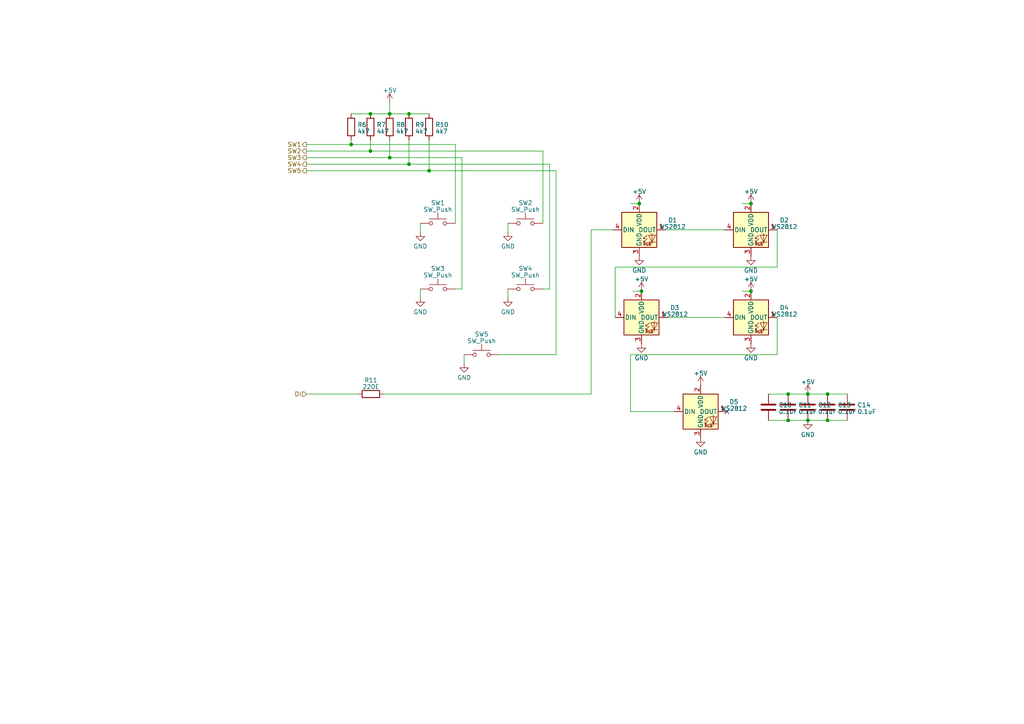
<source format=kicad_sch>
(kicad_sch (version 20230121) (generator eeschema)
  (paper "A4")
  (lib_symbols
    (symbol "Device:C" (pin_numbers hide) (pin_names (offset 0.254))
      (property "Reference" "C" (at 0.635 2.54 0))
      (property "Value" "C" (at 0.635 -2.54 0))
      (symbol "C_0_1"
        (polyline (pts (xy -2.032 -0.762) (xy 2.032 -0.762)) (stroke (width 0.508)))
        (polyline (pts (xy -2.032 0.762) (xy 2.032 0.762)) (stroke (width 0.508)))
      )
      (symbol "C_1_1"
        (pin passive line (at 0 3.81 270) (length 2.794) (name "~") (number "1"))
        (pin passive line (at 0 -3.81 90) (length 2.794) (name "~") (number "2"))
      )
    )
    (symbol "Device:R" (pin_numbers hide) (pin_names (offset 0))
      (property "Reference" "R" (at 2.032 0 90))
      (property "Value" "R" (at 0 0 90))
      (symbol "R_0_1"
        (rectangle (start -1.016 -2.54) (end 1.016 2.54) (stroke (width 0.254)))
      )
      (symbol "R_1_1"
        (pin passive line (at 0 3.81 270) (length 1.27) (name "~") (number "1"))
        (pin passive line (at 0 -3.81 90) (length 1.27) (name "~") (number "2"))
      )
    )
    (symbol "GZT:XINGLIGHT-XL-1010RGBC-WS2812B" (pin_names (offset 0.254))
      (property "Reference" "D" (at 5.08 5.715 0))
      (property "Value" "XINGLIGHT-XL-1010RGBC-WS2812B" (at 1.27 -5.715 0))
      (symbol "XINGLIGHT-XL-1010RGBC-WS2812B_0_0"
        (text "RGB" (at 2.286 -4.191 0) (effects (font (size 0.762 0.762))))
      )
      (symbol "XINGLIGHT-XL-1010RGBC-WS2812B_0_1"
        (polyline (pts (xy 1.27 -3.556) (xy 1.778 -3.556)))
        (polyline (pts (xy 1.27 -2.54) (xy 1.778 -2.54)))
        (polyline (pts (xy 4.699 -3.556) (xy 2.667 -3.556)))
        (polyline (pts (xy 2.286 -2.54) (xy 1.27 -3.556) (xy 1.27 -3.048)))
        (polyline (pts (xy 2.286 -1.524) (xy 1.27 -2.54) (xy 1.27 -2.032)))
        (polyline (pts (xy 3.683 -1.016) (xy 3.683 -3.556) (xy 3.683 -4.064)))
        (polyline (pts (xy 4.699 -1.524) (xy 2.667 -1.524) (xy 3.683 -3.556) (xy 4.699 -1.524)))
        (rectangle (start 5.08 5.08) (end -5.08 -5.08) (stroke (width 0.254)) (fill (type background)))
      )
      (symbol "XINGLIGHT-XL-1010RGBC-WS2812B_1_1"
        (pin output line (at 7.62 0 180) (length 2.54) (name "DOUT") (number "1"))
        (pin power_in line (at 0 7.62 270) (length 2.54) (name "VDD") (number "2"))
        (pin power_in line (at 0 -7.62 90) (length 2.54) (name "GND") (number "3"))
        (pin input line (at -7.62 0 0) (length 2.54) (name "DIN") (number "4"))
      )
    )
    (symbol "Switch:SW_Push" (pin_numbers hide) (pin_names (offset 1.016) hide)
      (property "Reference" "SW" (at 1.27 2.54 0))
      (property "Value" "SW_Push" (at 0 -1.524 0))
      (symbol "SW_Push_0_1"
        (circle (center -2.032 0) (radius 0.508))
        (polyline (pts (xy 0 1.27) (xy 0 3.048)))
        (polyline (pts (xy 2.54 1.27) (xy -2.54 1.27)))
        (circle (center 2.032 0) (radius 0.508))
        (pin passive line (at -5.08 0 0) (length 2.54) (name "1") (number "1"))
        (pin passive line (at 5.08 0 180) (length 2.54) (name "2") (number "2"))
      )
    )
    (symbol "power:+5V" (power) (pin_names (offset 0))
      (property "Value" "+5V" (at 0 3.556 0))
      (symbol "+5V_0_1"
        (polyline (pts (xy -0.762 1.27) (xy 0 2.54)))
        (polyline (pts (xy 0 0) (xy 0 2.54)))
        (polyline (pts (xy 0 2.54) (xy 0.762 1.27)))
      )
      (symbol "+5V_1_1"
        (pin power_in line (at 0 0 90) (length 0) hide (name "+5V") (number "1"))
      )
    )
    (symbol "power:GND" (power) (pin_names (offset 0))
      (property "Value" "GND" (at 0 -3.81 0))
      (symbol "GND_0_1"
        (polyline (pts (xy 0 0) (xy 0 -1.27) (xy 1.27 -1.27) (xy 0 -2.54) (xy -1.27 -1.27) (xy 0 -1.27)))
      )
      (symbol "GND_1_1"
        (pin power_in line (at 0 0 270) (length 0) hide (name "GND") (number "1"))
      )
    )
  )
  (junction (at 101.854 41.91))
  (junction (at 124.46 49.53))
  (junction (at 118.618 47.625))
  (junction (at 185.42 59.055))
  (junction (at 240.03 121.92))
  (junction (at 186.055 84.455))
  (junction (at 118.618 33.02))
  (junction (at 217.805 84.455))
  (junction (at 113.03 33.02))
  (junction (at 107.442 43.815))
  (junction (at 234.315 114.3))
  (junction (at 234.315 121.92))
  (junction (at 228.6 121.92))
  (junction (at 217.805 59.055))
  (junction (at 113.03 45.72))
  (junction (at 107.442 33.02))
  (junction (at 228.6 114.3))
  (junction (at 240.03 114.3))
  (no_connect (at 210.82 119.38))
  (wire (pts (xy 159.385 83.82) (xy 157.48 83.82)))
  (wire (pts (xy 193.675 92.075) (xy 210.185 92.075)))
  (wire (pts (xy 113.03 29.718) (xy 113.03 33.02)))
  (wire (pts (xy 161.29 49.53) (xy 161.29 102.87)))
  (wire (pts (xy 101.854 33.02) (xy 107.442 33.02)))
  (wire (pts (xy 183.515 84.455) (xy 186.055 84.455)))
  (wire (pts (xy 107.442 40.64) (xy 107.442 43.815)))
  (wire (pts (xy 193.04 66.675) (xy 210.185 66.675)))
  (wire (pts (xy 133.985 45.72) (xy 133.985 83.82)))
  (wire (pts (xy 147.32 83.82) (xy 147.32 86.36)))
  (wire (pts (xy 118.618 40.64) (xy 118.618 47.625)))
  (wire (pts (xy 215.265 59.055) (xy 217.805 59.055)))
  (wire (pts (xy 182.88 59.055) (xy 185.42 59.055)))
  (wire (pts (xy 113.03 40.64) (xy 113.03 45.72)))
  (wire (pts (xy 161.29 102.87) (xy 144.78 102.87)))
  (wire (pts (xy 121.92 64.77) (xy 121.92 67.31)))
  (wire (pts (xy 147.32 64.77) (xy 147.32 67.31)))
  (wire (pts (xy 159.385 47.625) (xy 159.385 83.82)))
  (wire (pts (xy 234.315 114.3) (xy 240.03 114.3)))
  (wire (pts (xy 215.265 84.455) (xy 217.805 84.455)))
  (wire (pts (xy 182.88 119.38) (xy 195.58 119.38)))
  (wire (pts (xy 88.9 114.3) (xy 103.759 114.3)))
  (wire (pts (xy 101.854 40.64) (xy 101.854 41.91)))
  (wire (pts (xy 182.88 102.87) (xy 225.425 102.87)))
  (wire (pts (xy 222.885 114.3) (xy 228.6 114.3)))
  (wire (pts (xy 121.92 83.82) (xy 121.92 86.36)))
  (wire (pts (xy 157.48 43.815) (xy 157.48 64.77)))
  (wire (pts (xy 124.46 40.64) (xy 124.46 49.53)))
  (wire (pts (xy 134.62 102.87) (xy 134.62 105.41)))
  (wire (pts (xy 240.03 121.92) (xy 245.745 121.92)))
  (wire (pts (xy 132.08 41.91) (xy 132.08 64.77)))
  (wire (pts (xy 88.9 41.91) (xy 101.854 41.91)))
  (wire (pts (xy 118.618 33.02) (xy 124.46 33.02)))
  (wire (pts (xy 111.379 114.3) (xy 171.45 114.3)))
  (wire (pts (xy 88.9 47.625) (xy 118.618 47.625)))
  (wire (pts (xy 222.885 121.92) (xy 228.6 121.92)))
  (wire (pts (xy 113.03 45.72) (xy 133.985 45.72)))
  (wire (pts (xy 171.45 114.3) (xy 171.45 66.675)))
  (wire (pts (xy 234.315 121.92) (xy 240.03 121.92)))
  (wire (pts (xy 228.6 114.3) (xy 234.315 114.3)))
  (wire (pts (xy 101.854 41.91) (xy 132.08 41.91)))
  (wire (pts (xy 228.6 121.92) (xy 234.315 121.92)))
  (wire (pts (xy 88.9 49.53) (xy 124.46 49.53)))
  (wire (pts (xy 133.985 83.82) (xy 132.08 83.82)))
  (wire (pts (xy 113.03 33.02) (xy 118.618 33.02)))
  (wire (pts (xy 118.618 47.625) (xy 159.385 47.625)))
  (wire (pts (xy 124.46 49.53) (xy 161.29 49.53)))
  (wire (pts (xy 225.425 102.87) (xy 225.425 92.075)))
  (wire (pts (xy 88.9 45.72) (xy 113.03 45.72)))
  (wire (pts (xy 178.435 77.47) (xy 225.425 77.47)))
  (wire (pts (xy 171.45 66.675) (xy 177.8 66.675)))
  (wire (pts (xy 225.425 77.47) (xy 225.425 66.675)))
  (wire (pts (xy 178.435 92.075) (xy 178.435 77.47)))
  (wire (pts (xy 182.88 102.87) (xy 182.88 119.38)))
  (wire (pts (xy 107.442 43.815) (xy 157.48 43.815)))
  (wire (pts (xy 88.9 43.815) (xy 107.442 43.815)))
  (wire (pts (xy 240.03 114.3) (xy 245.745 114.3)))
  (wire (pts (xy 107.442 33.02) (xy 113.03 33.02)))
  (hierarchical_label "SW5" (shape output) (at 88.9 49.53 180))
  (hierarchical_label "DI" (shape input) (at 88.9 114.3 180))
  (hierarchical_label "SW2" (shape output) (at 88.9 43.815 180))
  (hierarchical_label "SW1" (shape output) (at 88.9 41.91 180))
  (hierarchical_label "SW3" (shape output) (at 88.9 45.72 180))
  (hierarchical_label "SW4" (shape output) (at 88.9 47.625 180))
  (symbol (lib_id "Device:R") (at 118.618 36.83 0) (unit 1)
    (property "Reference" "R9" (at 120.396 36.1863 0) (effects (justify left)))
    (property "Value" "4k7" (at 120.396 38.1073 0) (effects (justify left)))
    (property "Footprint" "Resistor_SMD:R_0402_1005Metric" (effects hide))
  )
  (symbol (lib_id "GZT:XINGLIGHT-XL-1010RGBC-WS2812B") (at 185.42 66.675 0) (unit 1)
    (property "Reference" "D1" (at 195.0829 63.8429 0))
    (property "Value" "WS2812" (at 195.0829 65.7639 0))
    (property "Footprint" "LED_SMD:XL-1010RGBC-WS2812B" (effects hide))
    (property "Datasheet" "https://datasheet.lcsc.com/lcsc/2301111010_XINGLIGHT-XL-1010RGBC-WS2812B_C5349953.pdf" (effects hide))
  )
  (symbol (lib_id "power:+5V") (at 185.42 59.055 0) (unit 1)
    (property "Reference" "#PWR023" (effects hide))
    (property "Value" "+5V" (at 185.42 55.5531 0))
  )
  (symbol (lib_id "power:GND") (at 121.92 67.31 0) (unit 1)
    (property "Reference" "#PWR018" (effects hide))
    (property "Value" "GND" (at 121.92 71.4455 0))
  )
  (symbol (lib_id "power:+5V") (at 234.315 114.3 0) (unit 1)
    (property "Reference" "#PWR034" (effects hide))
    (property "Value" "+5V" (at 234.315 110.7981 0))
  )
  (symbol (lib_id "Device:C") (at 240.03 118.11 0) (unit 1)
    (property "Reference" "C13" (at 242.951 117.4663 0) (effects (justify left)))
    (property "Value" "0.1uF" (at 242.951 119.3873 0) (effects (justify left)))
    (property "Footprint" "Capacitor_SMD:C_0402_1005Metric" (effects hide))
  )
  (symbol (lib_id "power:+5V") (at 217.805 59.055 0) (unit 1)
    (property "Reference" "#PWR029" (effects hide))
    (property "Value" "+5V" (at 217.805 55.5531 0))
  )
  (symbol (lib_id "GZT:XINGLIGHT-XL-1010RGBC-WS2812B") (at 217.805 92.075 0) (unit 1)
    (property "Reference" "D4" (at 227.4679 89.2429 0))
    (property "Value" "WS2812" (at 227.4679 91.1639 0))
    (property "Footprint" "LED_SMD:XL-1010RGBC-WS2812B" (effects hide))
    (property "Datasheet" "https://datasheet.lcsc.com/lcsc/2301111010_XINGLIGHT-XL-1010RGBC-WS2812B_C5349953.pdf" (effects hide))
  )
  (symbol (lib_id "Device:C") (at 245.745 118.11 0) (unit 1)
    (property "Reference" "C14" (at 248.666 117.4663 0) (effects (justify left)))
    (property "Value" "0.1uF" (at 248.666 119.3873 0) (effects (justify left)))
    (property "Footprint" "Capacitor_SMD:C_0402_1005Metric" (effects hide))
  )
  (symbol (lib_id "power:GND") (at 186.055 99.695 0) (unit 1)
    (property "Reference" "#PWR026" (effects hide))
    (property "Value" "GND" (at 186.055 103.8305 0))
  )
  (symbol (lib_id "power:+5V") (at 186.055 84.455 0) (unit 1)
    (property "Reference" "#PWR025" (effects hide))
    (property "Value" "+5V" (at 186.055 80.9531 0))
  )
  (symbol (lib_id "Device:R") (at 124.46 36.83 0) (unit 1)
    (property "Reference" "R10" (at 126.238 36.1863 0) (effects (justify left)))
    (property "Value" "4k7" (at 126.238 38.1073 0) (effects (justify left)))
    (property "Footprint" "Resistor_SMD:R_0402_1005Metric" (effects hide))
  )
  (symbol (lib_id "GZT:XINGLIGHT-XL-1010RGBC-WS2812B") (at 203.2 119.38 0) (unit 1)
    (property "Reference" "D5" (at 212.8629 116.5479 0))
    (property "Value" "WS2812" (at 212.8629 118.4689 0))
    (property "Footprint" "LED_SMD:XL-1010RGBC-WS2812B" (effects hide))
    (property "Datasheet" "https://datasheet.lcsc.com/lcsc/2301111010_XINGLIGHT-XL-1010RGBC-WS2812B_C5349953.pdf" (effects hide))
  )
  (symbol (lib_id "Device:C") (at 234.315 118.11 0) (unit 1)
    (property "Reference" "C12" (at 237.236 117.4663 0) (effects (justify left)))
    (property "Value" "0.1uF" (at 237.236 119.3873 0) (effects (justify left)))
    (property "Footprint" "Capacitor_SMD:C_0402_1005Metric" (effects hide))
  )
  (symbol (lib_id "GZT:XINGLIGHT-XL-1010RGBC-WS2812B") (at 186.055 92.075 0) (unit 1)
    (property "Reference" "D3" (at 195.7179 89.2429 0))
    (property "Value" "WS2812" (at 195.7179 91.1639 0))
    (property "Footprint" "LED_SMD:XL-1010RGBC-WS2812B" (effects hide))
    (property "Datasheet" "https://datasheet.lcsc.com/lcsc/2301111010_XINGLIGHT-XL-1010RGBC-WS2812B_C5349953.pdf" (effects hide))
  )
  (symbol (lib_id "GZT:XINGLIGHT-XL-1010RGBC-WS2812B") (at 217.805 66.675 0) (unit 1)
    (property "Reference" "D2" (at 227.4679 63.8429 0))
    (property "Value" "WS2812" (at 227.4679 65.7639 0))
    (property "Footprint" "LED_SMD:XL-1010RGBC-WS2812B" (effects hide))
    (property "Datasheet" "https://datasheet.lcsc.com/lcsc/2301111010_XINGLIGHT-XL-1010RGBC-WS2812B_C5349953.pdf" (effects hide))
  )
  (symbol (lib_id "power:GND") (at 121.92 86.36 0) (unit 1)
    (property "Reference" "#PWR019" (effects hide))
    (property "Value" "GND" (at 121.92 90.4955 0))
  )
  (symbol (lib_id "Device:R") (at 101.854 36.83 0) (unit 1)
    (property "Reference" "R6" (at 103.632 36.1863 0) (effects (justify left)))
    (property "Value" "4k7" (at 103.632 38.1073 0) (effects (justify left)))
    (property "Footprint" "Resistor_SMD:R_0402_1005Metric" (effects hide))
  )
  (symbol (lib_id "power:GND") (at 185.42 74.295 0) (unit 1)
    (property "Reference" "#PWR024" (effects hide))
    (property "Value" "GND" (at 185.42 78.4305 0))
  )
  (symbol (lib_id "Device:R") (at 107.442 36.83 0) (unit 1)
    (property "Reference" "R7" (at 109.22 36.1863 0) (effects (justify left)))
    (property "Value" "4k7" (at 109.22 38.1073 0) (effects (justify left)))
    (property "Footprint" "Resistor_SMD:R_0402_1005Metric" (effects hide))
  )
  (symbol (lib_id "Switch:SW_Push") (at 152.4 83.82 0) (unit 1)
    (property "Reference" "SW4" (at 152.4 77.8891 0))
    (property "Value" "SW_Push" (at 152.4 79.8101 0))
    (property "Footprint" "PCM_Switch_Keyboard_Cherry_MX:SW_Cherry_MX_PCB" (effects hide))
  )
  (symbol (lib_id "power:+5V") (at 203.2 111.76 0) (unit 1)
    (property "Reference" "#PWR027" (effects hide))
    (property "Value" "+5V" (at 203.2 108.2581 0))
  )
  (symbol (lib_id "power:GND") (at 147.32 67.31 0) (unit 1)
    (property "Reference" "#PWR021" (effects hide))
    (property "Value" "GND" (at 147.32 71.4455 0))
  )
  (symbol (lib_id "Device:R") (at 113.03 36.83 0) (unit 1)
    (property "Reference" "R8" (at 114.808 36.1863 0) (effects (justify left)))
    (property "Value" "4k7" (at 114.808 38.1073 0) (effects (justify left)))
    (property "Footprint" "Resistor_SMD:R_0402_1005Metric" (effects hide))
  )
  (symbol (lib_id "Switch:SW_Push") (at 127 83.82 0) (unit 1)
    (property "Reference" "SW3" (at 127 77.8891 0))
    (property "Value" "SW_Push" (at 127 79.8101 0))
    (property "Footprint" "PCM_Switch_Keyboard_Cherry_MX:SW_Cherry_MX_PCB" (effects hide))
  )
  (symbol (lib_id "power:+5V") (at 113.03 29.718 0) (mirror y) (unit 1)
    (property "Reference" "#PWR033" (effects hide))
    (property "Value" "+5V" (at 113.03 26.2161 0))
  )
  (symbol (lib_id "Device:R") (at 107.569 114.3 90) (unit 1)
    (property "Reference" "R11" (at 107.569 110.2741 90))
    (property "Value" "220E" (at 107.569 112.1951 90))
    (property "Footprint" "Resistor_SMD:R_0402_1005Metric" (effects hide))
  )
  (symbol (lib_id "power:GND") (at 147.32 86.36 0) (unit 1)
    (property "Reference" "#PWR022" (effects hide))
    (property "Value" "GND" (at 147.32 90.4955 0))
  )
  (symbol (lib_id "power:GND") (at 217.805 99.695 0) (unit 1)
    (property "Reference" "#PWR032" (effects hide))
    (property "Value" "GND" (at 217.805 103.8305 0))
  )
  (symbol (lib_id "Device:C") (at 228.6 118.11 0) (unit 1)
    (property "Reference" "C11" (at 231.521 117.4663 0) (effects (justify left)))
    (property "Value" "0.1uF" (at 231.521 119.3873 0) (effects (justify left)))
    (property "Footprint" "Capacitor_SMD:C_0402_1005Metric" (effects hide))
  )
  (symbol (lib_id "power:+5V") (at 217.805 84.455 0) (unit 1)
    (property "Reference" "#PWR031" (effects hide))
    (property "Value" "+5V" (at 217.805 80.9531 0))
  )
  (symbol (lib_id "Switch:SW_Push") (at 152.4 64.77 0) (unit 1)
    (property "Reference" "SW2" (at 152.4 58.8391 0))
    (property "Value" "SW_Push" (at 152.4 60.7601 0))
    (property "Footprint" "PCM_Switch_Keyboard_Cherry_MX:SW_Cherry_MX_PCB" (effects hide))
  )
  (symbol (lib_id "power:GND") (at 203.2 127 0) (unit 1)
    (property "Reference" "#PWR028" (effects hide))
    (property "Value" "GND" (at 203.2 131.1355 0))
  )
  (symbol (lib_id "power:GND") (at 217.805 74.295 0) (unit 1)
    (property "Reference" "#PWR030" (effects hide))
    (property "Value" "GND" (at 217.805 78.4305 0))
  )
  (symbol (lib_id "Switch:SW_Push") (at 139.7 102.87 0) (unit 1)
    (property "Reference" "SW5" (at 139.7 96.9391 0))
    (property "Value" "SW_Push" (at 139.7 98.8601 0))
    (property "Footprint" "PCM_Switch_Keyboard_Cherry_MX:SW_Cherry_MX_PCB" (effects hide))
  )
  (symbol (lib_id "power:GND") (at 234.315 121.92 0) (unit 1)
    (property "Reference" "#PWR035" (effects hide))
    (property "Value" "GND" (at 234.315 126.0555 0))
  )
  (symbol (lib_id "Device:C") (at 222.885 118.11 0) (unit 1)
    (property "Reference" "C10" (at 225.806 117.4663 0) (effects (justify left)))
    (property "Value" "0.1uF" (at 225.806 119.3873 0) (effects (justify left)))
    (property "Footprint" "Capacitor_SMD:C_0402_1005Metric" (effects hide))
  )
  (symbol (lib_id "power:GND") (at 134.62 105.41 0) (unit 1)
    (property "Reference" "#PWR020" (effects hide))
    (property "Value" "GND" (at 134.62 109.5455 0))
  )
  (symbol (lib_id "Switch:SW_Push") (at 127 64.77 0) (unit 1)
    (property "Reference" "SW1" (at 127 58.8391 0))
    (property "Value" "SW_Push" (at 127 60.7601 0))
    (property "Footprint" "PCM_Switch_Keyboard_Cherry_MX:SW_Cherry_MX_PCB" (effects hide))
  )
)
</source>
